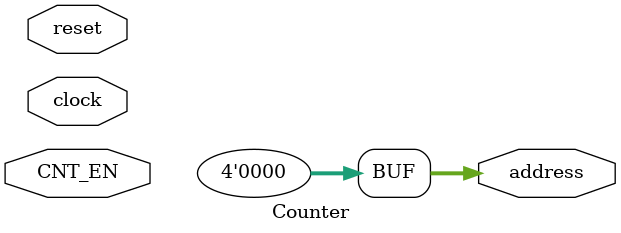
<source format=sv>
`timescale 1ns / 1ps

module Counter ( 
input logic clock, 
input logic reset, 
input logic CNT_EN,
output logic [3:0] address 
); 

initial begin
 address = 4'd0;  
end

always @(reset)
begin
address = 0;  
end

always @(posedge clock)
begin
    
    if((CNT_EN == 1))
    address = address + 1;
    else if(reset == 1)
    address = 4'd0;
    end

endmodule

</source>
